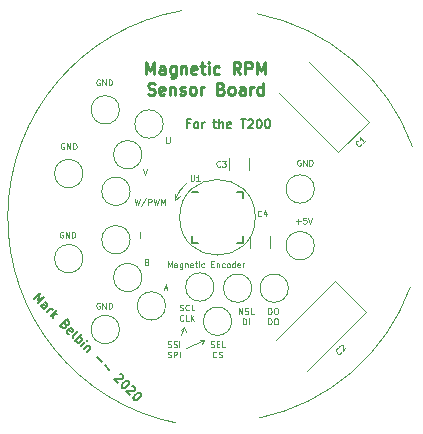
<source format=gto>
G04 #@! TF.GenerationSoftware,KiCad,Pcbnew,(5.1.5)-3*
G04 #@! TF.CreationDate,2020-01-28T19:09:49-03:30*
G04 #@! TF.ProjectId,RPM Sensor,52504d20-5365-46e7-936f-722e6b696361,rev?*
G04 #@! TF.SameCoordinates,Original*
G04 #@! TF.FileFunction,Legend,Top*
G04 #@! TF.FilePolarity,Positive*
%FSLAX46Y46*%
G04 Gerber Fmt 4.6, Leading zero omitted, Abs format (unit mm)*
G04 Created by KiCad (PCBNEW (5.1.5)-3) date 2020-01-28 19:09:49*
%MOMM*%
%LPD*%
G04 APERTURE LIST*
%ADD10C,0.120000*%
%ADD11C,0.150000*%
%ADD12C,0.250000*%
%ADD13C,0.125000*%
G04 APERTURE END LIST*
D10*
X103336225Y-82762843D02*
G75*
G02X116499999Y-94000001I-3336225J-17237157D01*
G01*
X116311575Y-105931483D02*
G75*
G02X103499999Y-116999999I-16311575J5931483D01*
G01*
X96517903Y-117410485D02*
G75*
G02X97000000Y-82500000I3482097J17410485D01*
G01*
X96400000Y-98500000D02*
X96800000Y-98200000D01*
X96400000Y-98000000D02*
X96400000Y-98500000D01*
X96410625Y-98461697D02*
X96400000Y-98000000D01*
X96404737Y-98501974D02*
G75*
G02X97400000Y-97100000I3595263J-1498026D01*
G01*
X103201562Y-100000000D02*
G75*
G03X103201562Y-100000000I-3201562J0D01*
G01*
D11*
X97632142Y-92046428D02*
X97382142Y-92046428D01*
X97382142Y-92439285D02*
X97382142Y-91689285D01*
X97739285Y-91689285D01*
X98132142Y-92439285D02*
X98060714Y-92403571D01*
X98025000Y-92367857D01*
X97989285Y-92296428D01*
X97989285Y-92082142D01*
X98025000Y-92010714D01*
X98060714Y-91975000D01*
X98132142Y-91939285D01*
X98239285Y-91939285D01*
X98310714Y-91975000D01*
X98346428Y-92010714D01*
X98382142Y-92082142D01*
X98382142Y-92296428D01*
X98346428Y-92367857D01*
X98310714Y-92403571D01*
X98239285Y-92439285D01*
X98132142Y-92439285D01*
X98703571Y-92439285D02*
X98703571Y-91939285D01*
X98703571Y-92082142D02*
X98739285Y-92010714D01*
X98775000Y-91975000D01*
X98846428Y-91939285D01*
X98917857Y-91939285D01*
X99632142Y-91939285D02*
X99917857Y-91939285D01*
X99739285Y-91689285D02*
X99739285Y-92332142D01*
X99775000Y-92403571D01*
X99846428Y-92439285D01*
X99917857Y-92439285D01*
X100167857Y-92439285D02*
X100167857Y-91689285D01*
X100489285Y-92439285D02*
X100489285Y-92046428D01*
X100453571Y-91975000D01*
X100382142Y-91939285D01*
X100275000Y-91939285D01*
X100203571Y-91975000D01*
X100167857Y-92010714D01*
X101132142Y-92403571D02*
X101060714Y-92439285D01*
X100917857Y-92439285D01*
X100846428Y-92403571D01*
X100810714Y-92332142D01*
X100810714Y-92046428D01*
X100846428Y-91975000D01*
X100917857Y-91939285D01*
X101060714Y-91939285D01*
X101132142Y-91975000D01*
X101167857Y-92046428D01*
X101167857Y-92117857D01*
X100810714Y-92189285D01*
X101953571Y-91689285D02*
X102382142Y-91689285D01*
X102167857Y-92439285D02*
X102167857Y-91689285D01*
X102596428Y-91760714D02*
X102632142Y-91725000D01*
X102703571Y-91689285D01*
X102882142Y-91689285D01*
X102953571Y-91725000D01*
X102989285Y-91760714D01*
X103025000Y-91832142D01*
X103025000Y-91903571D01*
X102989285Y-92010714D01*
X102560714Y-92439285D01*
X103025000Y-92439285D01*
X103489285Y-91689285D02*
X103560714Y-91689285D01*
X103632142Y-91725000D01*
X103667857Y-91760714D01*
X103703571Y-91832142D01*
X103739285Y-91975000D01*
X103739285Y-92153571D01*
X103703571Y-92296428D01*
X103667857Y-92367857D01*
X103632142Y-92403571D01*
X103560714Y-92439285D01*
X103489285Y-92439285D01*
X103417857Y-92403571D01*
X103382142Y-92367857D01*
X103346428Y-92296428D01*
X103310714Y-92153571D01*
X103310714Y-91975000D01*
X103346428Y-91832142D01*
X103382142Y-91760714D01*
X103417857Y-91725000D01*
X103489285Y-91689285D01*
X104203571Y-91689285D02*
X104275000Y-91689285D01*
X104346428Y-91725000D01*
X104382142Y-91760714D01*
X104417857Y-91832142D01*
X104453571Y-91975000D01*
X104453571Y-92153571D01*
X104417857Y-92296428D01*
X104382142Y-92367857D01*
X104346428Y-92403571D01*
X104275000Y-92439285D01*
X104203571Y-92439285D01*
X104132142Y-92403571D01*
X104096428Y-92367857D01*
X104060714Y-92296428D01*
X104025000Y-92153571D01*
X104025000Y-91975000D01*
X104060714Y-91832142D01*
X104096428Y-91760714D01*
X104132142Y-91725000D01*
X104203571Y-91689285D01*
X84454313Y-106934136D02*
X84984643Y-106403805D01*
X84782613Y-106959389D01*
X85338197Y-106757359D01*
X84807866Y-107287689D01*
X85287689Y-107767511D02*
X85565481Y-107489719D01*
X85590735Y-107413958D01*
X85565481Y-107338197D01*
X85464466Y-107237181D01*
X85388704Y-107211927D01*
X85312943Y-107742258D02*
X85237181Y-107717004D01*
X85110912Y-107590735D01*
X85085658Y-107514973D01*
X85110912Y-107439212D01*
X85161420Y-107388704D01*
X85237181Y-107363450D01*
X85312943Y-107388704D01*
X85439212Y-107514973D01*
X85514973Y-107540227D01*
X85540227Y-108020049D02*
X85893780Y-107666496D01*
X85792765Y-107767511D02*
X85868527Y-107742258D01*
X85919034Y-107742258D01*
X85994796Y-107767511D01*
X86045303Y-107818019D01*
X85868527Y-108348349D02*
X86398857Y-107818019D01*
X86121065Y-108196826D02*
X86070557Y-108550380D01*
X86424111Y-108196826D02*
X86020049Y-108196826D01*
X87156471Y-109080710D02*
X87206979Y-109181725D01*
X87206979Y-109232233D01*
X87181725Y-109307994D01*
X87105963Y-109383755D01*
X87030202Y-109409009D01*
X86979694Y-109409009D01*
X86903933Y-109383755D01*
X86701902Y-109181725D01*
X87232233Y-108651395D01*
X87409009Y-108828172D01*
X87434263Y-108903933D01*
X87434263Y-108954441D01*
X87409009Y-109030202D01*
X87358502Y-109080710D01*
X87282740Y-109105963D01*
X87232233Y-109105963D01*
X87156471Y-109080710D01*
X86979694Y-108903933D01*
X87459517Y-109888832D02*
X87383755Y-109863578D01*
X87282740Y-109762563D01*
X87257486Y-109686801D01*
X87282740Y-109611040D01*
X87484771Y-109409009D01*
X87560532Y-109383755D01*
X87636294Y-109409009D01*
X87737309Y-109510024D01*
X87762563Y-109585786D01*
X87737309Y-109661547D01*
X87686801Y-109712055D01*
X87383755Y-109510024D01*
X87762563Y-110242385D02*
X87737309Y-110166624D01*
X87762563Y-110090862D01*
X88217131Y-109636294D01*
X87964593Y-110444416D02*
X88494923Y-109914086D01*
X88292893Y-110116116D02*
X88368654Y-110141370D01*
X88469669Y-110242385D01*
X88494923Y-110318147D01*
X88494923Y-110368654D01*
X88469669Y-110444416D01*
X88318147Y-110595938D01*
X88242385Y-110621192D01*
X88191877Y-110621192D01*
X88116116Y-110595938D01*
X88015101Y-110494923D01*
X87989847Y-110419162D01*
X88444416Y-110924238D02*
X88797969Y-110570685D01*
X88974746Y-110393908D02*
X88924238Y-110393908D01*
X88924238Y-110444416D01*
X88974746Y-110444416D01*
X88974746Y-110393908D01*
X88924238Y-110444416D01*
X89050507Y-110823223D02*
X88696954Y-111176776D01*
X89000000Y-110873730D02*
X89050507Y-110873730D01*
X89126269Y-110898984D01*
X89202030Y-110974746D01*
X89227284Y-111050507D01*
X89202030Y-111126269D01*
X88924238Y-111404061D01*
X89782868Y-111858629D02*
X90186929Y-112262690D01*
X90439467Y-112515228D02*
X90843528Y-112919289D01*
X91752665Y-113272843D02*
X91803173Y-113272843D01*
X91878934Y-113298097D01*
X92005203Y-113424366D01*
X92030457Y-113500127D01*
X92030457Y-113550635D01*
X92005203Y-113626396D01*
X91954696Y-113676904D01*
X91853680Y-113727411D01*
X91247589Y-113727411D01*
X91575888Y-114055711D01*
X92434518Y-113853680D02*
X92485026Y-113904188D01*
X92510280Y-113979950D01*
X92510280Y-114030457D01*
X92485026Y-114106219D01*
X92409264Y-114232488D01*
X92282995Y-114358757D01*
X92156726Y-114434518D01*
X92080965Y-114459772D01*
X92030457Y-114459772D01*
X91954696Y-114434518D01*
X91904188Y-114384011D01*
X91878934Y-114308249D01*
X91878934Y-114257741D01*
X91904188Y-114181980D01*
X91979950Y-114055711D01*
X92106219Y-113929442D01*
X92232488Y-113853680D01*
X92308249Y-113828427D01*
X92358757Y-113828427D01*
X92434518Y-113853680D01*
X92762818Y-114282995D02*
X92813325Y-114282995D01*
X92889087Y-114308249D01*
X93015356Y-114434518D01*
X93040610Y-114510280D01*
X93040610Y-114560787D01*
X93015356Y-114636549D01*
X92964848Y-114687056D01*
X92863833Y-114737564D01*
X92257741Y-114737564D01*
X92586041Y-115065863D01*
X93444671Y-114863833D02*
X93495178Y-114914341D01*
X93520432Y-114990102D01*
X93520432Y-115040610D01*
X93495178Y-115116371D01*
X93419417Y-115242640D01*
X93293148Y-115368909D01*
X93166879Y-115444671D01*
X93091117Y-115469925D01*
X93040610Y-115469925D01*
X92964848Y-115444671D01*
X92914341Y-115394163D01*
X92889087Y-115318402D01*
X92889087Y-115267894D01*
X92914341Y-115192133D01*
X92990102Y-115065863D01*
X93116371Y-114939594D01*
X93242640Y-114863833D01*
X93318402Y-114838579D01*
X93368909Y-114838579D01*
X93444671Y-114863833D01*
D12*
X93976190Y-87877380D02*
X93976190Y-86877380D01*
X94309523Y-87591666D01*
X94642857Y-86877380D01*
X94642857Y-87877380D01*
X95547619Y-87877380D02*
X95547619Y-87353571D01*
X95500000Y-87258333D01*
X95404761Y-87210714D01*
X95214285Y-87210714D01*
X95119047Y-87258333D01*
X95547619Y-87829761D02*
X95452380Y-87877380D01*
X95214285Y-87877380D01*
X95119047Y-87829761D01*
X95071428Y-87734523D01*
X95071428Y-87639285D01*
X95119047Y-87544047D01*
X95214285Y-87496428D01*
X95452380Y-87496428D01*
X95547619Y-87448809D01*
X96452380Y-87210714D02*
X96452380Y-88020238D01*
X96404761Y-88115476D01*
X96357142Y-88163095D01*
X96261904Y-88210714D01*
X96119047Y-88210714D01*
X96023809Y-88163095D01*
X96452380Y-87829761D02*
X96357142Y-87877380D01*
X96166666Y-87877380D01*
X96071428Y-87829761D01*
X96023809Y-87782142D01*
X95976190Y-87686904D01*
X95976190Y-87401190D01*
X96023809Y-87305952D01*
X96071428Y-87258333D01*
X96166666Y-87210714D01*
X96357142Y-87210714D01*
X96452380Y-87258333D01*
X96928571Y-87210714D02*
X96928571Y-87877380D01*
X96928571Y-87305952D02*
X96976190Y-87258333D01*
X97071428Y-87210714D01*
X97214285Y-87210714D01*
X97309523Y-87258333D01*
X97357142Y-87353571D01*
X97357142Y-87877380D01*
X98214285Y-87829761D02*
X98119047Y-87877380D01*
X97928571Y-87877380D01*
X97833333Y-87829761D01*
X97785714Y-87734523D01*
X97785714Y-87353571D01*
X97833333Y-87258333D01*
X97928571Y-87210714D01*
X98119047Y-87210714D01*
X98214285Y-87258333D01*
X98261904Y-87353571D01*
X98261904Y-87448809D01*
X97785714Y-87544047D01*
X98547619Y-87210714D02*
X98928571Y-87210714D01*
X98690476Y-86877380D02*
X98690476Y-87734523D01*
X98738095Y-87829761D01*
X98833333Y-87877380D01*
X98928571Y-87877380D01*
X99261904Y-87877380D02*
X99261904Y-87210714D01*
X99261904Y-86877380D02*
X99214285Y-86925000D01*
X99261904Y-86972619D01*
X99309523Y-86925000D01*
X99261904Y-86877380D01*
X99261904Y-86972619D01*
X100166666Y-87829761D02*
X100071428Y-87877380D01*
X99880952Y-87877380D01*
X99785714Y-87829761D01*
X99738095Y-87782142D01*
X99690476Y-87686904D01*
X99690476Y-87401190D01*
X99738095Y-87305952D01*
X99785714Y-87258333D01*
X99880952Y-87210714D01*
X100071428Y-87210714D01*
X100166666Y-87258333D01*
X101928571Y-87877380D02*
X101595238Y-87401190D01*
X101357142Y-87877380D02*
X101357142Y-86877380D01*
X101738095Y-86877380D01*
X101833333Y-86925000D01*
X101880952Y-86972619D01*
X101928571Y-87067857D01*
X101928571Y-87210714D01*
X101880952Y-87305952D01*
X101833333Y-87353571D01*
X101738095Y-87401190D01*
X101357142Y-87401190D01*
X102357142Y-87877380D02*
X102357142Y-86877380D01*
X102738095Y-86877380D01*
X102833333Y-86925000D01*
X102880952Y-86972619D01*
X102928571Y-87067857D01*
X102928571Y-87210714D01*
X102880952Y-87305952D01*
X102833333Y-87353571D01*
X102738095Y-87401190D01*
X102357142Y-87401190D01*
X103357142Y-87877380D02*
X103357142Y-86877380D01*
X103690476Y-87591666D01*
X104023809Y-86877380D01*
X104023809Y-87877380D01*
X94119047Y-89579761D02*
X94261904Y-89627380D01*
X94500000Y-89627380D01*
X94595238Y-89579761D01*
X94642857Y-89532142D01*
X94690476Y-89436904D01*
X94690476Y-89341666D01*
X94642857Y-89246428D01*
X94595238Y-89198809D01*
X94500000Y-89151190D01*
X94309523Y-89103571D01*
X94214285Y-89055952D01*
X94166666Y-89008333D01*
X94119047Y-88913095D01*
X94119047Y-88817857D01*
X94166666Y-88722619D01*
X94214285Y-88675000D01*
X94309523Y-88627380D01*
X94547619Y-88627380D01*
X94690476Y-88675000D01*
X95500000Y-89579761D02*
X95404761Y-89627380D01*
X95214285Y-89627380D01*
X95119047Y-89579761D01*
X95071428Y-89484523D01*
X95071428Y-89103571D01*
X95119047Y-89008333D01*
X95214285Y-88960714D01*
X95404761Y-88960714D01*
X95500000Y-89008333D01*
X95547619Y-89103571D01*
X95547619Y-89198809D01*
X95071428Y-89294047D01*
X95976190Y-88960714D02*
X95976190Y-89627380D01*
X95976190Y-89055952D02*
X96023809Y-89008333D01*
X96119047Y-88960714D01*
X96261904Y-88960714D01*
X96357142Y-89008333D01*
X96404761Y-89103571D01*
X96404761Y-89627380D01*
X96833333Y-89579761D02*
X96928571Y-89627380D01*
X97119047Y-89627380D01*
X97214285Y-89579761D01*
X97261904Y-89484523D01*
X97261904Y-89436904D01*
X97214285Y-89341666D01*
X97119047Y-89294047D01*
X96976190Y-89294047D01*
X96880952Y-89246428D01*
X96833333Y-89151190D01*
X96833333Y-89103571D01*
X96880952Y-89008333D01*
X96976190Y-88960714D01*
X97119047Y-88960714D01*
X97214285Y-89008333D01*
X97833333Y-89627380D02*
X97738095Y-89579761D01*
X97690476Y-89532142D01*
X97642857Y-89436904D01*
X97642857Y-89151190D01*
X97690476Y-89055952D01*
X97738095Y-89008333D01*
X97833333Y-88960714D01*
X97976190Y-88960714D01*
X98071428Y-89008333D01*
X98119047Y-89055952D01*
X98166666Y-89151190D01*
X98166666Y-89436904D01*
X98119047Y-89532142D01*
X98071428Y-89579761D01*
X97976190Y-89627380D01*
X97833333Y-89627380D01*
X98595238Y-89627380D02*
X98595238Y-88960714D01*
X98595238Y-89151190D02*
X98642857Y-89055952D01*
X98690476Y-89008333D01*
X98785714Y-88960714D01*
X98880952Y-88960714D01*
X100309523Y-89103571D02*
X100452380Y-89151190D01*
X100500000Y-89198809D01*
X100547619Y-89294047D01*
X100547619Y-89436904D01*
X100500000Y-89532142D01*
X100452380Y-89579761D01*
X100357142Y-89627380D01*
X99976190Y-89627380D01*
X99976190Y-88627380D01*
X100309523Y-88627380D01*
X100404761Y-88675000D01*
X100452380Y-88722619D01*
X100500000Y-88817857D01*
X100500000Y-88913095D01*
X100452380Y-89008333D01*
X100404761Y-89055952D01*
X100309523Y-89103571D01*
X99976190Y-89103571D01*
X101119047Y-89627380D02*
X101023809Y-89579761D01*
X100976190Y-89532142D01*
X100928571Y-89436904D01*
X100928571Y-89151190D01*
X100976190Y-89055952D01*
X101023809Y-89008333D01*
X101119047Y-88960714D01*
X101261904Y-88960714D01*
X101357142Y-89008333D01*
X101404761Y-89055952D01*
X101452380Y-89151190D01*
X101452380Y-89436904D01*
X101404761Y-89532142D01*
X101357142Y-89579761D01*
X101261904Y-89627380D01*
X101119047Y-89627380D01*
X102309523Y-89627380D02*
X102309523Y-89103571D01*
X102261904Y-89008333D01*
X102166666Y-88960714D01*
X101976190Y-88960714D01*
X101880952Y-89008333D01*
X102309523Y-89579761D02*
X102214285Y-89627380D01*
X101976190Y-89627380D01*
X101880952Y-89579761D01*
X101833333Y-89484523D01*
X101833333Y-89389285D01*
X101880952Y-89294047D01*
X101976190Y-89246428D01*
X102214285Y-89246428D01*
X102309523Y-89198809D01*
X102785714Y-89627380D02*
X102785714Y-88960714D01*
X102785714Y-89151190D02*
X102833333Y-89055952D01*
X102880952Y-89008333D01*
X102976190Y-88960714D01*
X103071428Y-88960714D01*
X103833333Y-89627380D02*
X103833333Y-88627380D01*
X103833333Y-89579761D02*
X103738095Y-89627380D01*
X103547619Y-89627380D01*
X103452380Y-89579761D01*
X103404761Y-89532142D01*
X103357142Y-89436904D01*
X103357142Y-89151190D01*
X103404761Y-89055952D01*
X103452380Y-89008333D01*
X103547619Y-88960714D01*
X103738095Y-88960714D01*
X103833333Y-89008333D01*
D13*
X106657142Y-100335714D02*
X107038095Y-100335714D01*
X106847619Y-100526190D02*
X106847619Y-100145238D01*
X107514285Y-100026190D02*
X107276190Y-100026190D01*
X107252380Y-100264285D01*
X107276190Y-100240476D01*
X107323809Y-100216666D01*
X107442857Y-100216666D01*
X107490476Y-100240476D01*
X107514285Y-100264285D01*
X107538095Y-100311904D01*
X107538095Y-100430952D01*
X107514285Y-100478571D01*
X107490476Y-100502380D01*
X107442857Y-100526190D01*
X107323809Y-100526190D01*
X107276190Y-100502380D01*
X107252380Y-100478571D01*
X107680952Y-100026190D02*
X107847619Y-100526190D01*
X108014285Y-100026190D01*
X107019047Y-95150000D02*
X106971428Y-95126190D01*
X106900000Y-95126190D01*
X106828571Y-95150000D01*
X106780952Y-95197619D01*
X106757142Y-95245238D01*
X106733333Y-95340476D01*
X106733333Y-95411904D01*
X106757142Y-95507142D01*
X106780952Y-95554761D01*
X106828571Y-95602380D01*
X106900000Y-95626190D01*
X106947619Y-95626190D01*
X107019047Y-95602380D01*
X107042857Y-95578571D01*
X107042857Y-95411904D01*
X106947619Y-95411904D01*
X107257142Y-95626190D02*
X107257142Y-95126190D01*
X107542857Y-95626190D01*
X107542857Y-95126190D01*
X107780952Y-95626190D02*
X107780952Y-95126190D01*
X107900000Y-95126190D01*
X107971428Y-95150000D01*
X108019047Y-95197619D01*
X108042857Y-95245238D01*
X108066666Y-95340476D01*
X108066666Y-95411904D01*
X108042857Y-95507142D01*
X108019047Y-95554761D01*
X107971428Y-95602380D01*
X107900000Y-95626190D01*
X107780952Y-95626190D01*
D10*
X98900000Y-110400000D02*
X98700000Y-110700000D01*
X98900000Y-110400000D02*
X98500000Y-110400000D01*
X97300000Y-111100000D02*
X98900000Y-110400000D01*
X97200000Y-109300000D02*
X97300000Y-109700000D01*
X97200000Y-109300000D02*
X96900000Y-109500000D01*
X96900000Y-110000000D02*
X97200000Y-109300000D01*
D13*
X95800000Y-110964880D02*
X95871428Y-110988690D01*
X95990476Y-110988690D01*
X96038095Y-110964880D01*
X96061904Y-110941071D01*
X96085714Y-110893452D01*
X96085714Y-110845833D01*
X96061904Y-110798214D01*
X96038095Y-110774404D01*
X95990476Y-110750595D01*
X95895238Y-110726785D01*
X95847619Y-110702976D01*
X95823809Y-110679166D01*
X95800000Y-110631547D01*
X95800000Y-110583928D01*
X95823809Y-110536309D01*
X95847619Y-110512500D01*
X95895238Y-110488690D01*
X96014285Y-110488690D01*
X96085714Y-110512500D01*
X96276190Y-110964880D02*
X96347619Y-110988690D01*
X96466666Y-110988690D01*
X96514285Y-110964880D01*
X96538095Y-110941071D01*
X96561904Y-110893452D01*
X96561904Y-110845833D01*
X96538095Y-110798214D01*
X96514285Y-110774404D01*
X96466666Y-110750595D01*
X96371428Y-110726785D01*
X96323809Y-110702976D01*
X96300000Y-110679166D01*
X96276190Y-110631547D01*
X96276190Y-110583928D01*
X96300000Y-110536309D01*
X96323809Y-110512500D01*
X96371428Y-110488690D01*
X96490476Y-110488690D01*
X96561904Y-110512500D01*
X96776190Y-110988690D02*
X96776190Y-110488690D01*
X95788095Y-111839880D02*
X95859523Y-111863690D01*
X95978571Y-111863690D01*
X96026190Y-111839880D01*
X96050000Y-111816071D01*
X96073809Y-111768452D01*
X96073809Y-111720833D01*
X96050000Y-111673214D01*
X96026190Y-111649404D01*
X95978571Y-111625595D01*
X95883333Y-111601785D01*
X95835714Y-111577976D01*
X95811904Y-111554166D01*
X95788095Y-111506547D01*
X95788095Y-111458928D01*
X95811904Y-111411309D01*
X95835714Y-111387500D01*
X95883333Y-111363690D01*
X96002380Y-111363690D01*
X96073809Y-111387500D01*
X96288095Y-111863690D02*
X96288095Y-111363690D01*
X96478571Y-111363690D01*
X96526190Y-111387500D01*
X96550000Y-111411309D01*
X96573809Y-111458928D01*
X96573809Y-111530357D01*
X96550000Y-111577976D01*
X96526190Y-111601785D01*
X96478571Y-111625595D01*
X96288095Y-111625595D01*
X96788095Y-111863690D02*
X96788095Y-111363690D01*
X104307142Y-108188690D02*
X104307142Y-107688690D01*
X104426190Y-107688690D01*
X104497619Y-107712500D01*
X104545238Y-107760119D01*
X104569047Y-107807738D01*
X104592857Y-107902976D01*
X104592857Y-107974404D01*
X104569047Y-108069642D01*
X104545238Y-108117261D01*
X104497619Y-108164880D01*
X104426190Y-108188690D01*
X104307142Y-108188690D01*
X104902380Y-107688690D02*
X104997619Y-107688690D01*
X105045238Y-107712500D01*
X105092857Y-107760119D01*
X105116666Y-107855357D01*
X105116666Y-108022023D01*
X105092857Y-108117261D01*
X105045238Y-108164880D01*
X104997619Y-108188690D01*
X104902380Y-108188690D01*
X104854761Y-108164880D01*
X104807142Y-108117261D01*
X104783333Y-108022023D01*
X104783333Y-107855357D01*
X104807142Y-107760119D01*
X104854761Y-107712500D01*
X104902380Y-107688690D01*
X104307142Y-109063690D02*
X104307142Y-108563690D01*
X104426190Y-108563690D01*
X104497619Y-108587500D01*
X104545238Y-108635119D01*
X104569047Y-108682738D01*
X104592857Y-108777976D01*
X104592857Y-108849404D01*
X104569047Y-108944642D01*
X104545238Y-108992261D01*
X104497619Y-109039880D01*
X104426190Y-109063690D01*
X104307142Y-109063690D01*
X104902380Y-108563690D02*
X104997619Y-108563690D01*
X105045238Y-108587500D01*
X105092857Y-108635119D01*
X105116666Y-108730357D01*
X105116666Y-108897023D01*
X105092857Y-108992261D01*
X105045238Y-109039880D01*
X104997619Y-109063690D01*
X104902380Y-109063690D01*
X104854761Y-109039880D01*
X104807142Y-108992261D01*
X104783333Y-108897023D01*
X104783333Y-108730357D01*
X104807142Y-108635119D01*
X104854761Y-108587500D01*
X104902380Y-108563690D01*
X101816666Y-108188690D02*
X101816666Y-107688690D01*
X102102380Y-108188690D01*
X102102380Y-107688690D01*
X102316666Y-108164880D02*
X102388095Y-108188690D01*
X102507142Y-108188690D01*
X102554761Y-108164880D01*
X102578571Y-108141071D01*
X102602380Y-108093452D01*
X102602380Y-108045833D01*
X102578571Y-107998214D01*
X102554761Y-107974404D01*
X102507142Y-107950595D01*
X102411904Y-107926785D01*
X102364285Y-107902976D01*
X102340476Y-107879166D01*
X102316666Y-107831547D01*
X102316666Y-107783928D01*
X102340476Y-107736309D01*
X102364285Y-107712500D01*
X102411904Y-107688690D01*
X102530952Y-107688690D01*
X102602380Y-107712500D01*
X103054761Y-108188690D02*
X102816666Y-108188690D01*
X102816666Y-107688690D01*
X102150000Y-109063690D02*
X102150000Y-108563690D01*
X102269047Y-108563690D01*
X102340476Y-108587500D01*
X102388095Y-108635119D01*
X102411904Y-108682738D01*
X102435714Y-108777976D01*
X102435714Y-108849404D01*
X102411904Y-108944642D01*
X102388095Y-108992261D01*
X102340476Y-109039880D01*
X102269047Y-109063690D01*
X102150000Y-109063690D01*
X102650000Y-109063690D02*
X102650000Y-108563690D01*
X99428571Y-110964880D02*
X99500000Y-110988690D01*
X99619047Y-110988690D01*
X99666666Y-110964880D01*
X99690476Y-110941071D01*
X99714285Y-110893452D01*
X99714285Y-110845833D01*
X99690476Y-110798214D01*
X99666666Y-110774404D01*
X99619047Y-110750595D01*
X99523809Y-110726785D01*
X99476190Y-110702976D01*
X99452380Y-110679166D01*
X99428571Y-110631547D01*
X99428571Y-110583928D01*
X99452380Y-110536309D01*
X99476190Y-110512500D01*
X99523809Y-110488690D01*
X99642857Y-110488690D01*
X99714285Y-110512500D01*
X99928571Y-110726785D02*
X100095238Y-110726785D01*
X100166666Y-110988690D02*
X99928571Y-110988690D01*
X99928571Y-110488690D01*
X100166666Y-110488690D01*
X100619047Y-110988690D02*
X100380952Y-110988690D01*
X100380952Y-110488690D01*
X99916666Y-111816071D02*
X99892857Y-111839880D01*
X99821428Y-111863690D01*
X99773809Y-111863690D01*
X99702380Y-111839880D01*
X99654761Y-111792261D01*
X99630952Y-111744642D01*
X99607142Y-111649404D01*
X99607142Y-111577976D01*
X99630952Y-111482738D01*
X99654761Y-111435119D01*
X99702380Y-111387500D01*
X99773809Y-111363690D01*
X99821428Y-111363690D01*
X99892857Y-111387500D01*
X99916666Y-111411309D01*
X100107142Y-111839880D02*
X100178571Y-111863690D01*
X100297619Y-111863690D01*
X100345238Y-111839880D01*
X100369047Y-111816071D01*
X100392857Y-111768452D01*
X100392857Y-111720833D01*
X100369047Y-111673214D01*
X100345238Y-111649404D01*
X100297619Y-111625595D01*
X100202380Y-111601785D01*
X100154761Y-111577976D01*
X100130952Y-111554166D01*
X100107142Y-111506547D01*
X100107142Y-111458928D01*
X100130952Y-111411309D01*
X100154761Y-111387500D01*
X100202380Y-111363690D01*
X100321428Y-111363690D01*
X100392857Y-111387500D01*
X96804761Y-107864880D02*
X96876190Y-107888690D01*
X96995238Y-107888690D01*
X97042857Y-107864880D01*
X97066666Y-107841071D01*
X97090476Y-107793452D01*
X97090476Y-107745833D01*
X97066666Y-107698214D01*
X97042857Y-107674404D01*
X96995238Y-107650595D01*
X96900000Y-107626785D01*
X96852380Y-107602976D01*
X96828571Y-107579166D01*
X96804761Y-107531547D01*
X96804761Y-107483928D01*
X96828571Y-107436309D01*
X96852380Y-107412500D01*
X96900000Y-107388690D01*
X97019047Y-107388690D01*
X97090476Y-107412500D01*
X97590476Y-107841071D02*
X97566666Y-107864880D01*
X97495238Y-107888690D01*
X97447619Y-107888690D01*
X97376190Y-107864880D01*
X97328571Y-107817261D01*
X97304761Y-107769642D01*
X97280952Y-107674404D01*
X97280952Y-107602976D01*
X97304761Y-107507738D01*
X97328571Y-107460119D01*
X97376190Y-107412500D01*
X97447619Y-107388690D01*
X97495238Y-107388690D01*
X97566666Y-107412500D01*
X97590476Y-107436309D01*
X98042857Y-107888690D02*
X97804761Y-107888690D01*
X97804761Y-107388690D01*
X97102380Y-108716071D02*
X97078571Y-108739880D01*
X97007142Y-108763690D01*
X96959523Y-108763690D01*
X96888095Y-108739880D01*
X96840476Y-108692261D01*
X96816666Y-108644642D01*
X96792857Y-108549404D01*
X96792857Y-108477976D01*
X96816666Y-108382738D01*
X96840476Y-108335119D01*
X96888095Y-108287500D01*
X96959523Y-108263690D01*
X97007142Y-108263690D01*
X97078571Y-108287500D01*
X97102380Y-108311309D01*
X97554761Y-108763690D02*
X97316666Y-108763690D01*
X97316666Y-108263690D01*
X97721428Y-108763690D02*
X97721428Y-108263690D01*
X98007142Y-108763690D02*
X97792857Y-108477976D01*
X98007142Y-108263690D02*
X97721428Y-108549404D01*
X95480952Y-105983333D02*
X95719047Y-105983333D01*
X95433333Y-106126190D02*
X95600000Y-105626190D01*
X95766666Y-106126190D01*
X94035714Y-103764285D02*
X94107142Y-103788095D01*
X94130952Y-103811904D01*
X94154761Y-103859523D01*
X94154761Y-103930952D01*
X94130952Y-103978571D01*
X94107142Y-104002380D01*
X94059523Y-104026190D01*
X93869047Y-104026190D01*
X93869047Y-103526190D01*
X94035714Y-103526190D01*
X94083333Y-103550000D01*
X94107142Y-103573809D01*
X94130952Y-103621428D01*
X94130952Y-103669047D01*
X94107142Y-103716666D01*
X94083333Y-103740476D01*
X94035714Y-103764285D01*
X93869047Y-103764285D01*
X93400000Y-101726190D02*
X93400000Y-101226190D01*
X93002380Y-98426190D02*
X93121428Y-98926190D01*
X93216666Y-98569047D01*
X93311904Y-98926190D01*
X93430952Y-98426190D01*
X93978571Y-98402380D02*
X93550000Y-99045238D01*
X94145238Y-98926190D02*
X94145238Y-98426190D01*
X94335714Y-98426190D01*
X94383333Y-98450000D01*
X94407142Y-98473809D01*
X94430952Y-98521428D01*
X94430952Y-98592857D01*
X94407142Y-98640476D01*
X94383333Y-98664285D01*
X94335714Y-98688095D01*
X94145238Y-98688095D01*
X94597619Y-98426190D02*
X94716666Y-98926190D01*
X94811904Y-98569047D01*
X94907142Y-98926190D01*
X95026190Y-98426190D01*
X95216666Y-98926190D02*
X95216666Y-98426190D01*
X95383333Y-98783333D01*
X95550000Y-98426190D01*
X95550000Y-98926190D01*
X93733333Y-95926190D02*
X93900000Y-96426190D01*
X94066666Y-95926190D01*
X95657142Y-93226190D02*
X95657142Y-93630952D01*
X95680952Y-93678571D01*
X95704761Y-93702380D01*
X95752380Y-93726190D01*
X95847619Y-93726190D01*
X95895238Y-93702380D01*
X95919047Y-93678571D01*
X95942857Y-93630952D01*
X95942857Y-93226190D01*
X90019047Y-107250000D02*
X89971428Y-107226190D01*
X89900000Y-107226190D01*
X89828571Y-107250000D01*
X89780952Y-107297619D01*
X89757142Y-107345238D01*
X89733333Y-107440476D01*
X89733333Y-107511904D01*
X89757142Y-107607142D01*
X89780952Y-107654761D01*
X89828571Y-107702380D01*
X89900000Y-107726190D01*
X89947619Y-107726190D01*
X90019047Y-107702380D01*
X90042857Y-107678571D01*
X90042857Y-107511904D01*
X89947619Y-107511904D01*
X90257142Y-107726190D02*
X90257142Y-107226190D01*
X90542857Y-107726190D01*
X90542857Y-107226190D01*
X90780952Y-107726190D02*
X90780952Y-107226190D01*
X90900000Y-107226190D01*
X90971428Y-107250000D01*
X91019047Y-107297619D01*
X91042857Y-107345238D01*
X91066666Y-107440476D01*
X91066666Y-107511904D01*
X91042857Y-107607142D01*
X91019047Y-107654761D01*
X90971428Y-107702380D01*
X90900000Y-107726190D01*
X90780952Y-107726190D01*
X86919047Y-101250000D02*
X86871428Y-101226190D01*
X86800000Y-101226190D01*
X86728571Y-101250000D01*
X86680952Y-101297619D01*
X86657142Y-101345238D01*
X86633333Y-101440476D01*
X86633333Y-101511904D01*
X86657142Y-101607142D01*
X86680952Y-101654761D01*
X86728571Y-101702380D01*
X86800000Y-101726190D01*
X86847619Y-101726190D01*
X86919047Y-101702380D01*
X86942857Y-101678571D01*
X86942857Y-101511904D01*
X86847619Y-101511904D01*
X87157142Y-101726190D02*
X87157142Y-101226190D01*
X87442857Y-101726190D01*
X87442857Y-101226190D01*
X87680952Y-101726190D02*
X87680952Y-101226190D01*
X87800000Y-101226190D01*
X87871428Y-101250000D01*
X87919047Y-101297619D01*
X87942857Y-101345238D01*
X87966666Y-101440476D01*
X87966666Y-101511904D01*
X87942857Y-101607142D01*
X87919047Y-101654761D01*
X87871428Y-101702380D01*
X87800000Y-101726190D01*
X87680952Y-101726190D01*
X87019047Y-93750000D02*
X86971428Y-93726190D01*
X86900000Y-93726190D01*
X86828571Y-93750000D01*
X86780952Y-93797619D01*
X86757142Y-93845238D01*
X86733333Y-93940476D01*
X86733333Y-94011904D01*
X86757142Y-94107142D01*
X86780952Y-94154761D01*
X86828571Y-94202380D01*
X86900000Y-94226190D01*
X86947619Y-94226190D01*
X87019047Y-94202380D01*
X87042857Y-94178571D01*
X87042857Y-94011904D01*
X86947619Y-94011904D01*
X87257142Y-94226190D02*
X87257142Y-93726190D01*
X87542857Y-94226190D01*
X87542857Y-93726190D01*
X87780952Y-94226190D02*
X87780952Y-93726190D01*
X87900000Y-93726190D01*
X87971428Y-93750000D01*
X88019047Y-93797619D01*
X88042857Y-93845238D01*
X88066666Y-93940476D01*
X88066666Y-94011904D01*
X88042857Y-94107142D01*
X88019047Y-94154761D01*
X87971428Y-94202380D01*
X87900000Y-94226190D01*
X87780952Y-94226190D01*
X90019047Y-88350000D02*
X89971428Y-88326190D01*
X89900000Y-88326190D01*
X89828571Y-88350000D01*
X89780952Y-88397619D01*
X89757142Y-88445238D01*
X89733333Y-88540476D01*
X89733333Y-88611904D01*
X89757142Y-88707142D01*
X89780952Y-88754761D01*
X89828571Y-88802380D01*
X89900000Y-88826190D01*
X89947619Y-88826190D01*
X90019047Y-88802380D01*
X90042857Y-88778571D01*
X90042857Y-88611904D01*
X89947619Y-88611904D01*
X90257142Y-88826190D02*
X90257142Y-88326190D01*
X90542857Y-88826190D01*
X90542857Y-88326190D01*
X90780952Y-88826190D02*
X90780952Y-88326190D01*
X90900000Y-88326190D01*
X90971428Y-88350000D01*
X91019047Y-88397619D01*
X91042857Y-88445238D01*
X91066666Y-88540476D01*
X91066666Y-88611904D01*
X91042857Y-88707142D01*
X91019047Y-88754761D01*
X90971428Y-88802380D01*
X90900000Y-88826190D01*
X90780952Y-88826190D01*
X95785714Y-104226190D02*
X95785714Y-103726190D01*
X95952380Y-104083333D01*
X96119047Y-103726190D01*
X96119047Y-104226190D01*
X96571428Y-104226190D02*
X96571428Y-103964285D01*
X96547619Y-103916666D01*
X96500000Y-103892857D01*
X96404761Y-103892857D01*
X96357142Y-103916666D01*
X96571428Y-104202380D02*
X96523809Y-104226190D01*
X96404761Y-104226190D01*
X96357142Y-104202380D01*
X96333333Y-104154761D01*
X96333333Y-104107142D01*
X96357142Y-104059523D01*
X96404761Y-104035714D01*
X96523809Y-104035714D01*
X96571428Y-104011904D01*
X97023809Y-103892857D02*
X97023809Y-104297619D01*
X97000000Y-104345238D01*
X96976190Y-104369047D01*
X96928571Y-104392857D01*
X96857142Y-104392857D01*
X96809523Y-104369047D01*
X97023809Y-104202380D02*
X96976190Y-104226190D01*
X96880952Y-104226190D01*
X96833333Y-104202380D01*
X96809523Y-104178571D01*
X96785714Y-104130952D01*
X96785714Y-103988095D01*
X96809523Y-103940476D01*
X96833333Y-103916666D01*
X96880952Y-103892857D01*
X96976190Y-103892857D01*
X97023809Y-103916666D01*
X97261904Y-103892857D02*
X97261904Y-104226190D01*
X97261904Y-103940476D02*
X97285714Y-103916666D01*
X97333333Y-103892857D01*
X97404761Y-103892857D01*
X97452380Y-103916666D01*
X97476190Y-103964285D01*
X97476190Y-104226190D01*
X97904761Y-104202380D02*
X97857142Y-104226190D01*
X97761904Y-104226190D01*
X97714285Y-104202380D01*
X97690476Y-104154761D01*
X97690476Y-103964285D01*
X97714285Y-103916666D01*
X97761904Y-103892857D01*
X97857142Y-103892857D01*
X97904761Y-103916666D01*
X97928571Y-103964285D01*
X97928571Y-104011904D01*
X97690476Y-104059523D01*
X98071428Y-103892857D02*
X98261904Y-103892857D01*
X98142857Y-103726190D02*
X98142857Y-104154761D01*
X98166666Y-104202380D01*
X98214285Y-104226190D01*
X98261904Y-104226190D01*
X98428571Y-104226190D02*
X98428571Y-103892857D01*
X98428571Y-103726190D02*
X98404761Y-103750000D01*
X98428571Y-103773809D01*
X98452380Y-103750000D01*
X98428571Y-103726190D01*
X98428571Y-103773809D01*
X98880952Y-104202380D02*
X98833333Y-104226190D01*
X98738095Y-104226190D01*
X98690476Y-104202380D01*
X98666666Y-104178571D01*
X98642857Y-104130952D01*
X98642857Y-103988095D01*
X98666666Y-103940476D01*
X98690476Y-103916666D01*
X98738095Y-103892857D01*
X98833333Y-103892857D01*
X98880952Y-103916666D01*
X99476190Y-103964285D02*
X99642857Y-103964285D01*
X99714285Y-104226190D02*
X99476190Y-104226190D01*
X99476190Y-103726190D01*
X99714285Y-103726190D01*
X99928571Y-103892857D02*
X99928571Y-104226190D01*
X99928571Y-103940476D02*
X99952380Y-103916666D01*
X100000000Y-103892857D01*
X100071428Y-103892857D01*
X100119047Y-103916666D01*
X100142857Y-103964285D01*
X100142857Y-104226190D01*
X100595238Y-104202380D02*
X100547619Y-104226190D01*
X100452380Y-104226190D01*
X100404761Y-104202380D01*
X100380952Y-104178571D01*
X100357142Y-104130952D01*
X100357142Y-103988095D01*
X100380952Y-103940476D01*
X100404761Y-103916666D01*
X100452380Y-103892857D01*
X100547619Y-103892857D01*
X100595238Y-103916666D01*
X100880952Y-104226190D02*
X100833333Y-104202380D01*
X100809523Y-104178571D01*
X100785714Y-104130952D01*
X100785714Y-103988095D01*
X100809523Y-103940476D01*
X100833333Y-103916666D01*
X100880952Y-103892857D01*
X100952380Y-103892857D01*
X101000000Y-103916666D01*
X101023809Y-103940476D01*
X101047619Y-103988095D01*
X101047619Y-104130952D01*
X101023809Y-104178571D01*
X101000000Y-104202380D01*
X100952380Y-104226190D01*
X100880952Y-104226190D01*
X101476190Y-104226190D02*
X101476190Y-103726190D01*
X101476190Y-104202380D02*
X101428571Y-104226190D01*
X101333333Y-104226190D01*
X101285714Y-104202380D01*
X101261904Y-104178571D01*
X101238095Y-104130952D01*
X101238095Y-103988095D01*
X101261904Y-103940476D01*
X101285714Y-103916666D01*
X101333333Y-103892857D01*
X101428571Y-103892857D01*
X101476190Y-103916666D01*
X101904761Y-104202380D02*
X101857142Y-104226190D01*
X101761904Y-104226190D01*
X101714285Y-104202380D01*
X101690476Y-104154761D01*
X101690476Y-103964285D01*
X101714285Y-103916666D01*
X101761904Y-103892857D01*
X101857142Y-103892857D01*
X101904761Y-103916666D01*
X101928571Y-103964285D01*
X101928571Y-104011904D01*
X101690476Y-104059523D01*
X102142857Y-104226190D02*
X102142857Y-103892857D01*
X102142857Y-103988095D02*
X102166666Y-103940476D01*
X102190476Y-103916666D01*
X102238095Y-103892857D01*
X102285714Y-103892857D01*
D10*
X110190990Y-94507285D02*
X105170532Y-89486827D01*
X112807285Y-91890990D02*
X107786827Y-86870532D01*
X110190990Y-94507285D02*
X112807285Y-91890990D01*
X112607285Y-108009010D02*
X109990990Y-105392715D01*
X109990990Y-105392715D02*
X104970532Y-110413173D01*
X112607285Y-108009010D02*
X107586827Y-113029468D01*
X102650000Y-96000000D02*
X102650000Y-95000000D01*
X100950000Y-95000000D02*
X100950000Y-96000000D01*
X104450000Y-102600000D02*
X104450000Y-101600000D01*
X102750000Y-101600000D02*
X102750000Y-102600000D01*
D11*
X102150000Y-97850000D02*
X101625000Y-97850000D01*
X102150000Y-102150000D02*
X101625000Y-102150000D01*
X97850000Y-102150000D02*
X98375000Y-102150000D01*
X97850000Y-97850000D02*
X98375000Y-97850000D01*
X102150000Y-102150000D02*
X102150000Y-101625000D01*
X97850000Y-102150000D02*
X97850000Y-101625000D01*
X102150000Y-97850000D02*
X102150000Y-98375000D01*
D10*
X92600000Y-101900000D02*
G75*
G03X92600000Y-101900000I-1200000J0D01*
G01*
X93600000Y-105100000D02*
G75*
G03X93600000Y-105100000I-1200000J0D01*
G01*
X108200000Y-102400000D02*
G75*
G03X108200000Y-102400000I-1200000J0D01*
G01*
X95600000Y-107500000D02*
G75*
G03X95600000Y-107500000I-1200000J0D01*
G01*
X95400000Y-92100000D02*
G75*
G03X95400000Y-92100000I-1200000J0D01*
G01*
X93600000Y-94700000D02*
G75*
G03X93600000Y-94700000I-1200000J0D01*
G01*
X92600000Y-97800000D02*
G75*
G03X92600000Y-97800000I-1200000J0D01*
G01*
X99700000Y-105900000D02*
G75*
G03X99700000Y-105900000I-1200000J0D01*
G01*
X102900000Y-106000000D02*
G75*
G03X102900000Y-106000000I-1200000J0D01*
G01*
X106000000Y-106000000D02*
G75*
G03X106000000Y-106000000I-1200000J0D01*
G01*
X101200000Y-108800000D02*
G75*
G03X101200000Y-108800000I-1200000J0D01*
G01*
X108200000Y-97600000D02*
G75*
G03X108200000Y-97600000I-1200000J0D01*
G01*
X88600000Y-96300000D02*
G75*
G03X88600000Y-96300000I-1200000J0D01*
G01*
X91700000Y-90900000D02*
G75*
G03X91700000Y-90900000I-1200000J0D01*
G01*
X88600000Y-103500000D02*
G75*
G03X88600000Y-103500000I-1200000J0D01*
G01*
X91700000Y-109500000D02*
G75*
G03X91700000Y-109500000I-1200000J0D01*
G01*
D13*
X112167343Y-93785194D02*
X112167343Y-93818866D01*
X112133671Y-93886209D01*
X112100000Y-93919881D01*
X112032656Y-93953553D01*
X111965312Y-93953553D01*
X111914805Y-93936717D01*
X111830625Y-93886209D01*
X111780118Y-93835702D01*
X111729610Y-93751522D01*
X111712774Y-93701015D01*
X111712774Y-93633671D01*
X111746446Y-93566328D01*
X111780118Y-93532656D01*
X111847461Y-93498984D01*
X111881133Y-93498984D01*
X112537732Y-93482148D02*
X112335702Y-93684179D01*
X112436717Y-93583164D02*
X112083164Y-93229610D01*
X112100000Y-93313790D01*
X112100000Y-93381133D01*
X112083164Y-93431641D01*
X110467343Y-111385194D02*
X110467343Y-111418866D01*
X110433671Y-111486209D01*
X110400000Y-111519881D01*
X110332656Y-111553553D01*
X110265312Y-111553553D01*
X110214805Y-111536717D01*
X110130625Y-111486209D01*
X110080118Y-111435702D01*
X110029610Y-111351522D01*
X110012774Y-111301015D01*
X110012774Y-111233671D01*
X110046446Y-111166328D01*
X110080118Y-111132656D01*
X110147461Y-111098984D01*
X110181133Y-111098984D01*
X110315820Y-110964297D02*
X110315820Y-110930625D01*
X110332656Y-110880118D01*
X110416835Y-110795938D01*
X110467343Y-110779103D01*
X110501015Y-110779103D01*
X110551522Y-110795938D01*
X110585194Y-110829610D01*
X110618866Y-110896954D01*
X110618866Y-111301015D01*
X110837732Y-111082148D01*
X100216666Y-95678571D02*
X100192857Y-95702380D01*
X100121428Y-95726190D01*
X100073809Y-95726190D01*
X100002380Y-95702380D01*
X99954761Y-95654761D01*
X99930952Y-95607142D01*
X99907142Y-95511904D01*
X99907142Y-95440476D01*
X99930952Y-95345238D01*
X99954761Y-95297619D01*
X100002380Y-95250000D01*
X100073809Y-95226190D01*
X100121428Y-95226190D01*
X100192857Y-95250000D01*
X100216666Y-95273809D01*
X100383333Y-95226190D02*
X100692857Y-95226190D01*
X100526190Y-95416666D01*
X100597619Y-95416666D01*
X100645238Y-95440476D01*
X100669047Y-95464285D01*
X100692857Y-95511904D01*
X100692857Y-95630952D01*
X100669047Y-95678571D01*
X100645238Y-95702380D01*
X100597619Y-95726190D01*
X100454761Y-95726190D01*
X100407142Y-95702380D01*
X100383333Y-95678571D01*
X103716666Y-99878571D02*
X103692857Y-99902380D01*
X103621428Y-99926190D01*
X103573809Y-99926190D01*
X103502380Y-99902380D01*
X103454761Y-99854761D01*
X103430952Y-99807142D01*
X103407142Y-99711904D01*
X103407142Y-99640476D01*
X103430952Y-99545238D01*
X103454761Y-99497619D01*
X103502380Y-99450000D01*
X103573809Y-99426190D01*
X103621428Y-99426190D01*
X103692857Y-99450000D01*
X103716666Y-99473809D01*
X104145238Y-99592857D02*
X104145238Y-99926190D01*
X104026190Y-99402380D02*
X103907142Y-99759523D01*
X104216666Y-99759523D01*
X97719047Y-96426190D02*
X97719047Y-96830952D01*
X97742857Y-96878571D01*
X97766666Y-96902380D01*
X97814285Y-96926190D01*
X97909523Y-96926190D01*
X97957142Y-96902380D01*
X97980952Y-96878571D01*
X98004761Y-96830952D01*
X98004761Y-96426190D01*
X98504761Y-96926190D02*
X98219047Y-96926190D01*
X98361904Y-96926190D02*
X98361904Y-96426190D01*
X98314285Y-96497619D01*
X98266666Y-96545238D01*
X98219047Y-96569047D01*
M02*

</source>
